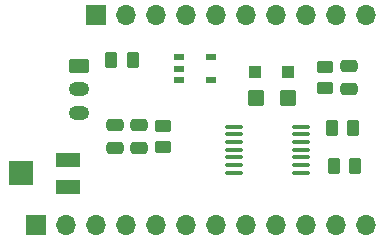
<source format=gbr>
%TF.GenerationSoftware,KiCad,Pcbnew,9.0.0*%
%TF.CreationDate,2025-04-10T19:53:04-06:00*%
%TF.ProjectId,WakeCircuit,57616b65-4369-4726-9375-69742e6b6963,rev?*%
%TF.SameCoordinates,Original*%
%TF.FileFunction,Soldermask,Top*%
%TF.FilePolarity,Negative*%
%FSLAX46Y46*%
G04 Gerber Fmt 4.6, Leading zero omitted, Abs format (unit mm)*
G04 Created by KiCad (PCBNEW 9.0.0) date 2025-04-10 19:53:04*
%MOMM*%
%LPD*%
G01*
G04 APERTURE LIST*
G04 Aperture macros list*
%AMRoundRect*
0 Rectangle with rounded corners*
0 $1 Rounding radius*
0 $2 $3 $4 $5 $6 $7 $8 $9 X,Y pos of 4 corners*
0 Add a 4 corners polygon primitive as box body*
4,1,4,$2,$3,$4,$5,$6,$7,$8,$9,$2,$3,0*
0 Add four circle primitives for the rounded corners*
1,1,$1+$1,$2,$3*
1,1,$1+$1,$4,$5*
1,1,$1+$1,$6,$7*
1,1,$1+$1,$8,$9*
0 Add four rect primitives between the rounded corners*
20,1,$1+$1,$2,$3,$4,$5,0*
20,1,$1+$1,$4,$5,$6,$7,0*
20,1,$1+$1,$6,$7,$8,$9,0*
20,1,$1+$1,$8,$9,$2,$3,0*%
G04 Aperture macros list end*
%ADD10R,2.000000X1.300000*%
%ADD11R,2.000000X2.000000*%
%ADD12RoundRect,0.250000X-0.450000X-0.425000X0.450000X-0.425000X0.450000X0.425000X-0.450000X0.425000X0*%
%ADD13RoundRect,0.250000X-0.475000X0.250000X-0.475000X-0.250000X0.475000X-0.250000X0.475000X0.250000X0*%
%ADD14RoundRect,0.250000X0.450000X-0.262500X0.450000X0.262500X-0.450000X0.262500X-0.450000X-0.262500X0*%
%ADD15RoundRect,0.250000X0.300000X0.300000X-0.300000X0.300000X-0.300000X-0.300000X0.300000X-0.300000X0*%
%ADD16RoundRect,0.250000X0.262500X0.450000X-0.262500X0.450000X-0.262500X-0.450000X0.262500X-0.450000X0*%
%ADD17RoundRect,0.250000X0.475000X-0.250000X0.475000X0.250000X-0.475000X0.250000X-0.475000X-0.250000X0*%
%ADD18RoundRect,0.250000X-0.262500X-0.450000X0.262500X-0.450000X0.262500X0.450000X-0.262500X0.450000X0*%
%ADD19RoundRect,0.100000X0.637500X0.100000X-0.637500X0.100000X-0.637500X-0.100000X0.637500X-0.100000X0*%
%ADD20R,1.700000X1.700000*%
%ADD21O,1.700000X1.700000*%
%ADD22R,0.972299X0.508000*%
%ADD23RoundRect,0.250000X-0.625000X0.350000X-0.625000X-0.350000X0.625000X-0.350000X0.625000X0.350000X0*%
%ADD24O,1.750000X1.200000*%
G04 APERTURE END LIST*
D10*
%TO.C,RV1*%
X97266702Y-110708604D03*
D11*
X93266702Y-111858604D03*
D10*
X97266702Y-113008604D03*
%TD*%
D12*
%TO.C,C2*%
X113150000Y-105500000D03*
X115850000Y-105500000D03*
%TD*%
D13*
%TO.C,C3*%
X103250000Y-107800000D03*
X103250000Y-109700000D03*
%TD*%
D14*
%TO.C,R2*%
X105250000Y-109662500D03*
X105250000Y-107837500D03*
%TD*%
D15*
%TO.C,D1*%
X115900000Y-103250000D03*
X113100000Y-103250000D03*
%TD*%
D16*
%TO.C,R1*%
X102750000Y-102250000D03*
X100925000Y-102250000D03*
%TD*%
D17*
%TO.C,C4*%
X101250000Y-109700000D03*
X101250000Y-107800000D03*
%TD*%
D18*
%TO.C,R5*%
X119750000Y-111250000D03*
X121575000Y-111250000D03*
%TD*%
D19*
%TO.C,U3*%
X117000000Y-111800000D03*
X117000000Y-111150000D03*
X117000000Y-110500000D03*
X117000000Y-109850000D03*
X117000000Y-109200000D03*
X117000000Y-108550000D03*
X117000000Y-107900000D03*
X111275000Y-107900000D03*
X111275000Y-108550000D03*
X111275000Y-109200000D03*
X111275000Y-109850000D03*
X111275000Y-110500000D03*
X111275000Y-111150000D03*
X111275000Y-111800000D03*
%TD*%
D20*
%TO.C,J2*%
X99600000Y-98475000D03*
D21*
X102140000Y-98475000D03*
X104680000Y-98475000D03*
X107220000Y-98475000D03*
X109760000Y-98475000D03*
X112300000Y-98475000D03*
X114840000Y-98475000D03*
X117380000Y-98475000D03*
X119920000Y-98475000D03*
X122460000Y-98475000D03*
%TD*%
D14*
%TO.C,R4*%
X119000000Y-104662500D03*
X119000000Y-102837500D03*
%TD*%
D20*
%TO.C,J1*%
X94550000Y-116250000D03*
D21*
X97090000Y-116250000D03*
X99630000Y-116250000D03*
X102170000Y-116250000D03*
X104710000Y-116250000D03*
X107250000Y-116250000D03*
X109790000Y-116250000D03*
X112330000Y-116250000D03*
X114870000Y-116250000D03*
X117410000Y-116250000D03*
X119950000Y-116250000D03*
X122490000Y-116250000D03*
%TD*%
D22*
%TO.C,U1*%
X106637549Y-102050040D03*
X106637549Y-103000000D03*
X106637549Y-103949960D03*
X109362451Y-103949960D03*
X109362451Y-102050040D03*
%TD*%
D23*
%TO.C,J4*%
X98200000Y-102750000D03*
D24*
X98200000Y-104750000D03*
X98200000Y-106750000D03*
%TD*%
D18*
%TO.C,R3*%
X119587500Y-108000000D03*
X121412500Y-108000000D03*
%TD*%
D17*
%TO.C,C1*%
X121000000Y-104700000D03*
X121000000Y-102800000D03*
%TD*%
M02*

</source>
